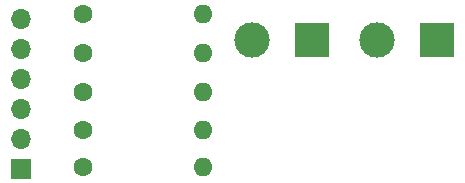
<source format=gbr>
%TF.GenerationSoftware,KiCad,Pcbnew,7.0.9*%
%TF.CreationDate,2025-02-03T19:38:27-05:00*%
%TF.ProjectId,squircuit_relay_prototyping,73717569-7263-4756-9974-5f72656c6179,rev?*%
%TF.SameCoordinates,Original*%
%TF.FileFunction,Soldermask,Bot*%
%TF.FilePolarity,Negative*%
%FSLAX46Y46*%
G04 Gerber Fmt 4.6, Leading zero omitted, Abs format (unit mm)*
G04 Created by KiCad (PCBNEW 7.0.9) date 2025-02-03 19:38:27*
%MOMM*%
%LPD*%
G01*
G04 APERTURE LIST*
%ADD10R,1.700000X1.700000*%
%ADD11O,1.700000X1.700000*%
%ADD12R,3.000000X3.000000*%
%ADD13C,3.000000*%
%ADD14C,1.600000*%
%ADD15O,1.600000X1.600000*%
G04 APERTURE END LIST*
D10*
%TO.C,J1*%
X26670000Y-27686000D03*
D11*
X26670000Y-25146000D03*
X26670000Y-22606000D03*
X26670000Y-20066000D03*
X26670000Y-17526000D03*
X26670000Y-14986000D03*
%TD*%
D12*
%TO.C,J3*%
X61849000Y-16764000D03*
D13*
X56769000Y-16764000D03*
%TD*%
D12*
%TO.C,J2*%
X51308000Y-16764000D03*
D13*
X46228000Y-16764000D03*
%TD*%
D14*
%TO.C,R2*%
X31877000Y-21209000D03*
D15*
X42037000Y-21209000D03*
%TD*%
D14*
%TO.C,R4*%
X31877000Y-14605000D03*
D15*
X42037000Y-14605000D03*
%TD*%
D14*
%TO.C,R3*%
X31877000Y-17907000D03*
D15*
X42037000Y-17907000D03*
%TD*%
D14*
%TO.C,R1*%
X31877000Y-27559000D03*
D15*
X42037000Y-27559000D03*
%TD*%
D14*
%TO.C,R5*%
X31877000Y-24384000D03*
D15*
X42037000Y-24384000D03*
%TD*%
M02*

</source>
